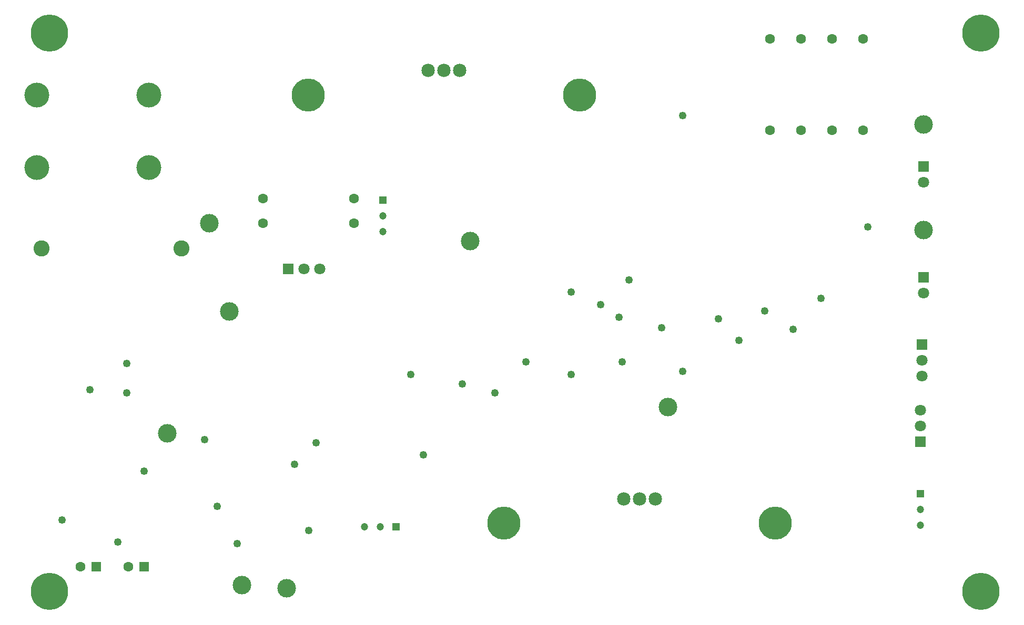
<source format=gbs>
G04*
G04 #@! TF.GenerationSoftware,Altium Limited,Altium Designer,23.6.0 (18)*
G04*
G04 Layer_Color=16711935*
%FSLAX44Y44*%
%MOMM*%
G71*
G04*
G04 #@! TF.SameCoordinates,77718BC8-0557-480E-A45E-325B9DFD1D5B*
G04*
G04*
G04 #@! TF.FilePolarity,Negative*
G04*
G01*
G75*
%ADD32R,1.6000X1.6000*%
%ADD33C,1.6000*%
%ADD34C,3.0000*%
%ADD35C,1.8000*%
%ADD36R,1.8000X1.8000*%
%ADD37C,2.6000*%
%ADD38C,5.3340*%
%ADD39C,2.1590*%
%ADD40C,6.0000*%
%ADD41C,4.0000*%
%ADD42R,1.8000X1.8000*%
%ADD43R,1.2000X1.2000*%
%ADD44C,1.2000*%
%ADD45R,1.2000X1.2000*%
%ADD46C,1.2500*%
D32*
X202700Y90000D02*
D03*
X125450D02*
D03*
D33*
X177300D02*
D03*
X100050D02*
D03*
X393801Y643598D02*
D03*
X540801D02*
D03*
X393801Y683598D02*
D03*
X540801D02*
D03*
X1210000Y793801D02*
D03*
Y940801D02*
D03*
X1260000Y793801D02*
D03*
Y940801D02*
D03*
X1310000Y793801D02*
D03*
Y940801D02*
D03*
X1360000Y793801D02*
D03*
Y940801D02*
D03*
D34*
X1457500Y632500D02*
D03*
Y802500D02*
D03*
X307500Y643598D02*
D03*
X432500Y55187D02*
D03*
X340000Y501786D02*
D03*
X727500Y614609D02*
D03*
X1046250Y347500D02*
D03*
X240043Y305000D02*
D03*
X360000Y60000D02*
D03*
D35*
X1457500Y710000D02*
D03*
Y531100D02*
D03*
X1455000Y397100D02*
D03*
Y422500D02*
D03*
X1452500Y342500D02*
D03*
Y317100D02*
D03*
X460000Y570000D02*
D03*
X485400D02*
D03*
D36*
X1457500Y735400D02*
D03*
Y556500D02*
D03*
X1455000Y447900D02*
D03*
X1452500Y291700D02*
D03*
D37*
X37500Y603460D02*
D03*
X262500D02*
D03*
D38*
X466960Y850630D02*
D03*
X903840D02*
D03*
X781560Y160000D02*
D03*
X1218440D02*
D03*
D39*
X710800Y890000D02*
D03*
X660000D02*
D03*
X685400D02*
D03*
X1025400Y199370D02*
D03*
X1000000D02*
D03*
X974600D02*
D03*
D40*
X50000Y50000D02*
D03*
Y950000D02*
D03*
X1550000D02*
D03*
Y50000D02*
D03*
D41*
X30000Y850000D02*
D03*
X210000D02*
D03*
X30000Y733460D02*
D03*
X210000D02*
D03*
D42*
X434600Y570000D02*
D03*
D43*
X1452500Y207500D02*
D03*
X587500Y680800D02*
D03*
D44*
X1452500Y182100D02*
D03*
X1452450Y156700D02*
D03*
X582900Y154681D02*
D03*
X557500Y154731D02*
D03*
X587500Y655400D02*
D03*
X587450Y630000D02*
D03*
D45*
X608300Y154681D02*
D03*
D46*
X202700Y244404D02*
D03*
X160000Y130000D02*
D03*
X983719Y552500D02*
D03*
X175000Y370000D02*
D03*
X115372Y375000D02*
D03*
X467500Y148680D02*
D03*
X1367602Y637500D02*
D03*
X1292500Y522500D02*
D03*
X1247500Y472500D02*
D03*
X1201398Y502500D02*
D03*
X652500Y270000D02*
D03*
X1035732Y475000D02*
D03*
X890000Y532500D02*
D03*
X632395Y400000D02*
D03*
X715000Y385000D02*
D03*
X767500Y370000D02*
D03*
X817500Y420000D02*
D03*
X890000Y400000D02*
D03*
X972259Y420000D02*
D03*
X1070000Y405000D02*
D03*
X1127500Y489509D02*
D03*
X1070000Y817500D02*
D03*
X967500Y492500D02*
D03*
X937500Y512500D02*
D03*
X1160000Y455000D02*
D03*
X480000Y290000D02*
D03*
X445000Y255000D02*
D03*
X175000Y417500D02*
D03*
X352500Y127500D02*
D03*
X300086Y295000D02*
D03*
X320000Y187500D02*
D03*
X70521Y165000D02*
D03*
M02*

</source>
